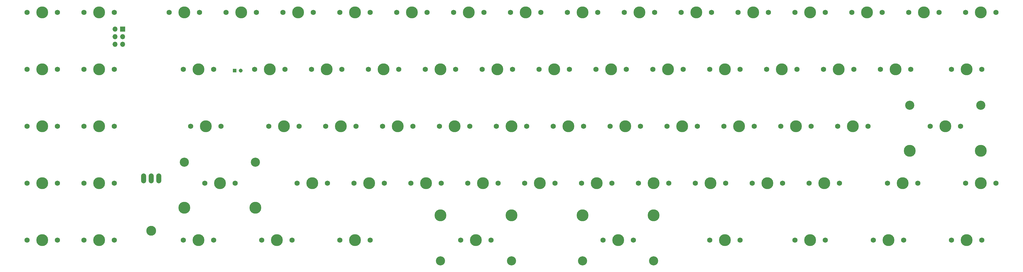
<source format=gts>
%TF.GenerationSoftware,KiCad,Pcbnew,(6.0.0)*%
%TF.CreationDate,2022-08-07T21:57:51-07:00*%
%TF.ProjectId,IEE,4945452e-6b69-4636-9164-5f7063625858,rev?*%
%TF.SameCoordinates,Original*%
%TF.FileFunction,Soldermask,Top*%
%TF.FilePolarity,Negative*%
%FSLAX46Y46*%
G04 Gerber Fmt 4.6, Leading zero omitted, Abs format (unit mm)*
G04 Created by KiCad (PCBNEW (6.0.0)) date 2022-08-07 21:57:51*
%MOMM*%
%LPD*%
G01*
G04 APERTURE LIST*
%ADD10C,1.308000*%
%ADD11R,1.308000X1.308000*%
%ADD12C,1.750000*%
%ADD13C,3.987800*%
%ADD14O,1.676400X3.352800*%
%ADD15C,3.302000*%
%ADD16C,3.048000*%
%ADD17O,1.700000X1.700000*%
%ADD18R,1.700000X1.700000*%
G04 APERTURE END LIST*
D10*
%TO.C,J3*%
X66484375Y-19446875D03*
D11*
X64484375Y-19446875D03*
%TD*%
D12*
%TO.C,MX13*%
X49688750Y-38100000D03*
X59848750Y-38100000D03*
D13*
X54768750Y-38100000D03*
%TD*%
D14*
%TO.C,Q1*%
X33972500Y-55562500D03*
X36512500Y-55562500D03*
X39052500Y-55562500D03*
D15*
X36512500Y-73088500D03*
%TD*%
D12*
%TO.C,MX47*%
X209867500Y-57150000D03*
D13*
X204787500Y-57150000D03*
D12*
X199707500Y-57150000D03*
%TD*%
D13*
%TO.C,MX40*%
X171450000Y-19050000D03*
D12*
X166370000Y-19050000D03*
X176530000Y-19050000D03*
%TD*%
%TO.C,MX23*%
X105092500Y-38100000D03*
D13*
X100012500Y-38100000D03*
D12*
X94932500Y-38100000D03*
%TD*%
%TO.C,MX32*%
X128270000Y-19050000D03*
X138430000Y-19050000D03*
D13*
X133350000Y-19050000D03*
%TD*%
D12*
%TO.C,MX64*%
X261620000Y-19050000D03*
D13*
X266700000Y-19050000D03*
D12*
X271780000Y-19050000D03*
%TD*%
%TO.C,MX9*%
X24130000Y-57150000D03*
D13*
X19050000Y-57150000D03*
D12*
X13970000Y-57150000D03*
%TD*%
D16*
%TO.C,MX14*%
X71437500Y-50165000D03*
D12*
X54451250Y-57150000D03*
D13*
X71437500Y-65405000D03*
X59531250Y-57150000D03*
D16*
X47625000Y-50165000D03*
D13*
X47625000Y-65405000D03*
D12*
X64611250Y-57150000D03*
%TD*%
%TO.C,MX48*%
X194945000Y0D03*
X205105000Y0D03*
D13*
X200025000Y0D03*
%TD*%
D12*
%TO.C,MX72*%
X290195000Y0D03*
X300355000Y0D03*
D13*
X295275000Y0D03*
%TD*%
D12*
%TO.C,MX42*%
X190817500Y-57150000D03*
X180657500Y-57150000D03*
D13*
X185737500Y-57150000D03*
%TD*%
D12*
%TO.C,MX44*%
X175895000Y0D03*
D13*
X180975000Y0D03*
D12*
X186055000Y0D03*
%TD*%
D13*
%TO.C,MX73*%
X309562500Y-19050000D03*
D12*
X314642500Y-19050000D03*
X304482500Y-19050000D03*
%TD*%
%TO.C,MX1*%
X5080000Y0D03*
X-5080000Y0D03*
D13*
X0Y0D03*
%TD*%
D12*
%TO.C,MX17*%
X81280000Y-19050000D03*
D13*
X76200000Y-19050000D03*
D12*
X71120000Y-19050000D03*
%TD*%
%TO.C,MX21*%
X80645000Y0D03*
X90805000Y0D03*
D13*
X85725000Y0D03*
%TD*%
D12*
%TO.C,MX57*%
X252095000Y-76200000D03*
D13*
X257175000Y-76200000D03*
D12*
X262255000Y-76200000D03*
%TD*%
%TO.C,MX60*%
X247332500Y-38100000D03*
X257492500Y-38100000D03*
D13*
X252412500Y-38100000D03*
%TD*%
D12*
%TO.C,MX15*%
X47307500Y-76200000D03*
D13*
X52387500Y-76200000D03*
D12*
X57467500Y-76200000D03*
%TD*%
%TO.C,MX16*%
X71755000Y0D03*
X61595000Y0D03*
D13*
X66675000Y0D03*
%TD*%
%TO.C,MX65*%
X271462500Y-38100000D03*
D12*
X276542500Y-38100000D03*
X266382500Y-38100000D03*
%TD*%
%TO.C,MX6*%
X13970000Y0D03*
D13*
X19050000Y0D03*
D12*
X24130000Y0D03*
%TD*%
D16*
%TO.C,MX43*%
X180975000Y-83185000D03*
D12*
X197961250Y-76200000D03*
X187801250Y-76200000D03*
D13*
X180975000Y-67945000D03*
D16*
X204787500Y-83185000D03*
D13*
X192881250Y-76200000D03*
X204787500Y-67945000D03*
%TD*%
%TO.C,MX52*%
X228600000Y-76200000D03*
D12*
X233680000Y-76200000D03*
X223520000Y-76200000D03*
%TD*%
%TO.C,MX8*%
X24130000Y-38100000D03*
D13*
X19050000Y-38100000D03*
D12*
X13970000Y-38100000D03*
%TD*%
D13*
%TO.C,MX4*%
X0Y-57150000D03*
D12*
X-5080000Y-57150000D03*
X5080000Y-57150000D03*
%TD*%
%TO.C,MX30*%
X140176250Y-76200000D03*
D16*
X133350000Y-83185000D03*
X157162500Y-83185000D03*
D13*
X133350000Y-67945000D03*
X157162500Y-67945000D03*
D12*
X150336250Y-76200000D03*
D13*
X145256250Y-76200000D03*
%TD*%
D12*
%TO.C,MX53*%
X213995000Y0D03*
X224155000Y0D03*
D13*
X219075000Y0D03*
%TD*%
D12*
%TO.C,MX11*%
X52705000Y0D03*
D13*
X47625000Y0D03*
D12*
X42545000Y0D03*
%TD*%
%TO.C,MX41*%
X171132500Y-38100000D03*
D13*
X176212500Y-38100000D03*
D12*
X181292500Y-38100000D03*
%TD*%
D13*
%TO.C,MX5*%
X0Y-76200000D03*
D12*
X5080000Y-76200000D03*
X-5080000Y-76200000D03*
%TD*%
D13*
%TO.C,MX68*%
X285750000Y-19050000D03*
D12*
X280670000Y-19050000D03*
X290830000Y-19050000D03*
%TD*%
D13*
%TO.C,MX37*%
X157162500Y-38100000D03*
D12*
X162242500Y-38100000D03*
X152082500Y-38100000D03*
%TD*%
D13*
%TO.C,MX25*%
X104775000Y-76200000D03*
D12*
X99695000Y-76200000D03*
X109855000Y-76200000D03*
%TD*%
D13*
%TO.C,MX7*%
X19050000Y-19050000D03*
D12*
X13970000Y-19050000D03*
X24130000Y-19050000D03*
%TD*%
%TO.C,MX33*%
X133032500Y-38100000D03*
X143192500Y-38100000D03*
D13*
X138112500Y-38100000D03*
%TD*%
D12*
%TO.C,MX35*%
X147955000Y0D03*
D13*
X142875000Y0D03*
D12*
X137795000Y0D03*
%TD*%
%TO.C,MX22*%
X100330000Y-19050000D03*
X90170000Y-19050000D03*
D13*
X95250000Y-19050000D03*
%TD*%
D12*
%TO.C,MX66*%
X283051250Y-57150000D03*
D13*
X288131250Y-57150000D03*
D12*
X293211250Y-57150000D03*
%TD*%
%TO.C,MX58*%
X233045000Y0D03*
D13*
X238125000Y0D03*
D12*
X243205000Y0D03*
%TD*%
D13*
%TO.C,MX63*%
X257175000Y0D03*
D12*
X252095000Y0D03*
X262255000Y0D03*
%TD*%
D13*
%TO.C,MX71*%
X309562500Y-76200000D03*
D12*
X314642500Y-76200000D03*
X304482500Y-76200000D03*
%TD*%
%TO.C,MX34*%
X152717500Y-57150000D03*
X142557500Y-57150000D03*
D13*
X147637500Y-57150000D03*
%TD*%
D12*
%TO.C,MX18*%
X75882500Y-38100000D03*
X86042500Y-38100000D03*
D13*
X80962500Y-38100000D03*
%TD*%
%TO.C,MX55*%
X233362500Y-38100000D03*
D12*
X228282500Y-38100000D03*
X238442500Y-38100000D03*
%TD*%
D13*
%TO.C,MX28*%
X119062500Y-38100000D03*
D12*
X113982500Y-38100000D03*
X124142500Y-38100000D03*
%TD*%
D13*
%TO.C,MX46*%
X195262500Y-38100000D03*
D12*
X190182500Y-38100000D03*
X200342500Y-38100000D03*
%TD*%
D13*
%TO.C,MX36*%
X152400000Y-19050000D03*
D12*
X157480000Y-19050000D03*
X147320000Y-19050000D03*
%TD*%
%TO.C,MX54*%
X233680000Y-19050000D03*
D13*
X228600000Y-19050000D03*
D12*
X223520000Y-19050000D03*
%TD*%
%TO.C,MX56*%
X247967500Y-57150000D03*
D13*
X242887500Y-57150000D03*
D12*
X237807500Y-57150000D03*
%TD*%
%TO.C,MX61*%
X267017500Y-57150000D03*
D13*
X261937500Y-57150000D03*
D12*
X256857500Y-57150000D03*
%TD*%
%TO.C,MX3*%
X-5080000Y-38100000D03*
D13*
X0Y-38100000D03*
D12*
X5080000Y-38100000D03*
%TD*%
D13*
%TO.C,MX62*%
X283368750Y-76200000D03*
D12*
X278288750Y-76200000D03*
X288448750Y-76200000D03*
%TD*%
D13*
%TO.C,MX50*%
X214312500Y-38100000D03*
D12*
X209232500Y-38100000D03*
X219392500Y-38100000D03*
%TD*%
%TO.C,MX74*%
X309245000Y0D03*
X319405000Y0D03*
D13*
X314325000Y0D03*
%TD*%
%TO.C,MX26*%
X104775000Y0D03*
D12*
X99695000Y0D03*
X109855000Y0D03*
%TD*%
%TO.C,MX59*%
X252730000Y-19050000D03*
D13*
X247650000Y-19050000D03*
D12*
X242570000Y-19050000D03*
%TD*%
%TO.C,MX24*%
X104457500Y-57150000D03*
D13*
X109537500Y-57150000D03*
D12*
X114617500Y-57150000D03*
%TD*%
%TO.C,MX45*%
X185420000Y-19050000D03*
X195580000Y-19050000D03*
D13*
X190500000Y-19050000D03*
%TD*%
%TO.C,MX69*%
X314325000Y-46355000D03*
X302418750Y-38100000D03*
X290512500Y-46355000D03*
D16*
X290512500Y-31115000D03*
D12*
X297338750Y-38100000D03*
D16*
X314325000Y-31115000D03*
D12*
X307498750Y-38100000D03*
%TD*%
D13*
%TO.C,MX70*%
X314325000Y-57150000D03*
D12*
X319405000Y-57150000D03*
X309245000Y-57150000D03*
%TD*%
D13*
%TO.C,MX29*%
X128587500Y-57150000D03*
D12*
X123507500Y-57150000D03*
X133667500Y-57150000D03*
%TD*%
%TO.C,MX12*%
X57467500Y-19050000D03*
X47307500Y-19050000D03*
D13*
X52387500Y-19050000D03*
%TD*%
%TO.C,MX38*%
X166687500Y-57150000D03*
D12*
X171767500Y-57150000D03*
X161607500Y-57150000D03*
%TD*%
%TO.C,MX2*%
X-5080000Y-19050000D03*
X5080000Y-19050000D03*
D13*
X0Y-19050000D03*
%TD*%
%TO.C,MX10*%
X19050000Y-76200000D03*
D12*
X13970000Y-76200000D03*
X24130000Y-76200000D03*
%TD*%
D13*
%TO.C,MX31*%
X123825000Y0D03*
D12*
X118745000Y0D03*
X128905000Y0D03*
%TD*%
%TO.C,MX51*%
X218757500Y-57150000D03*
D13*
X223837500Y-57150000D03*
D12*
X228917500Y-57150000D03*
%TD*%
%TO.C,MX19*%
X95567500Y-57150000D03*
X85407500Y-57150000D03*
D13*
X90487500Y-57150000D03*
%TD*%
%TO.C,MX27*%
X114300000Y-19050000D03*
D12*
X109220000Y-19050000D03*
X119380000Y-19050000D03*
%TD*%
%TO.C,MX39*%
X167005000Y0D03*
D13*
X161925000Y0D03*
D12*
X156845000Y0D03*
%TD*%
D13*
%TO.C,MX67*%
X276225000Y0D03*
D12*
X281305000Y0D03*
X271145000Y0D03*
%TD*%
%TO.C,MX49*%
X204470000Y-19050000D03*
D13*
X209550000Y-19050000D03*
D12*
X214630000Y-19050000D03*
%TD*%
D13*
%TO.C,MX20*%
X78581250Y-76200000D03*
D12*
X73501250Y-76200000D03*
X83661250Y-76200000D03*
%TD*%
D17*
%TO.C,J2*%
X24447500Y-10715625D03*
X26987500Y-10715625D03*
X24447500Y-8175625D03*
X26987500Y-8175625D03*
X24447500Y-5635625D03*
D18*
X26987500Y-5635625D03*
%TD*%
M02*

</source>
